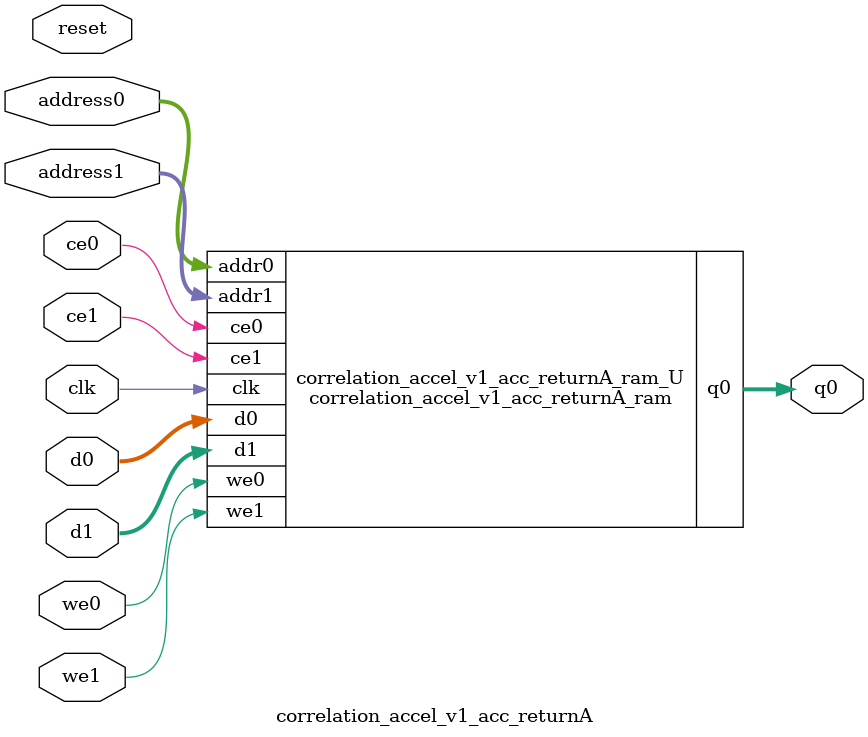
<source format=v>

`timescale 1 ns / 1 ps
module correlation_accel_v1_acc_returnA_ram (addr0, ce0, d0, we0, q0, addr1, ce1, d1, we1,  clk);

parameter DWIDTH = 32;
parameter AWIDTH = 3;
parameter MEM_SIZE = 6;

input[AWIDTH-1:0] addr0;
input ce0;
input[DWIDTH-1:0] d0;
input we0;
output reg[DWIDTH-1:0] q0;
input[AWIDTH-1:0] addr1;
input ce1;
input[DWIDTH-1:0] d1;
input we1;
input clk;

(* ram_style = "distributed" *)reg [DWIDTH-1:0] ram[MEM_SIZE-1:0];




always @(posedge clk)  
begin 
    if (ce0) 
    begin
        if (we0) 
        begin 
            ram[addr0] <= d0; 
            q0 <= d0;
        end 
        else 
            q0 <= ram[addr0];
    end
end


always @(posedge clk)  
begin 
    if (ce1) 
    begin
        if (we1) 
        begin 
            ram[addr1] <= d1; 
        end 
    end
end


endmodule


`timescale 1 ns / 1 ps
module correlation_accel_v1_acc_returnA(
    reset,
    clk,
    address0,
    ce0,
    we0,
    d0,
    q0,
    address1,
    ce1,
    we1,
    d1);

parameter DataWidth = 32'd32;
parameter AddressRange = 32'd6;
parameter AddressWidth = 32'd3;
input reset;
input clk;
input[AddressWidth - 1:0] address0;
input ce0;
input we0;
input[DataWidth - 1:0] d0;
output[DataWidth - 1:0] q0;
input[AddressWidth - 1:0] address1;
input ce1;
input we1;
input[DataWidth - 1:0] d1;



correlation_accel_v1_acc_returnA_ram correlation_accel_v1_acc_returnA_ram_U(
    .clk( clk ),
    .addr0( address0 ),
    .ce0( ce0 ),
    .d0( d0 ),
    .we0( we0 ),
    .q0( q0 ),
    .addr1( address1 ),
    .ce1( ce1 ),
    .d1( d1 ),
    .we1( we1 ));

endmodule


</source>
